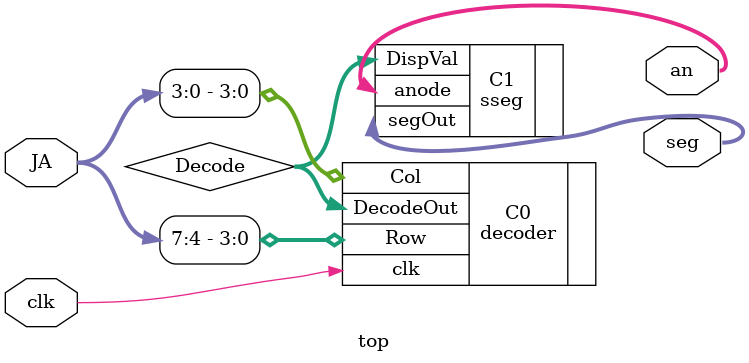
<source format=v>
`timescale 1ns / 1ps

module top(
    input clk,			
	inout [7:0] JA,		
	output [3:0] an,		
	output [7:0] seg
    );
	
	wire [3:0] an;
	wire [7:0] seg;
	wire [3:0] Decode;
	
	decoder C0(
			.clk(clk),
			.Row(JA[7:4]),
			.Col(JA[3:0]),
			.DecodeOut(Decode)
	);
	sseg C1(
			.DispVal(Decode),
			.anode(an),
			.segOut(seg)
	);

endmodule

</source>
